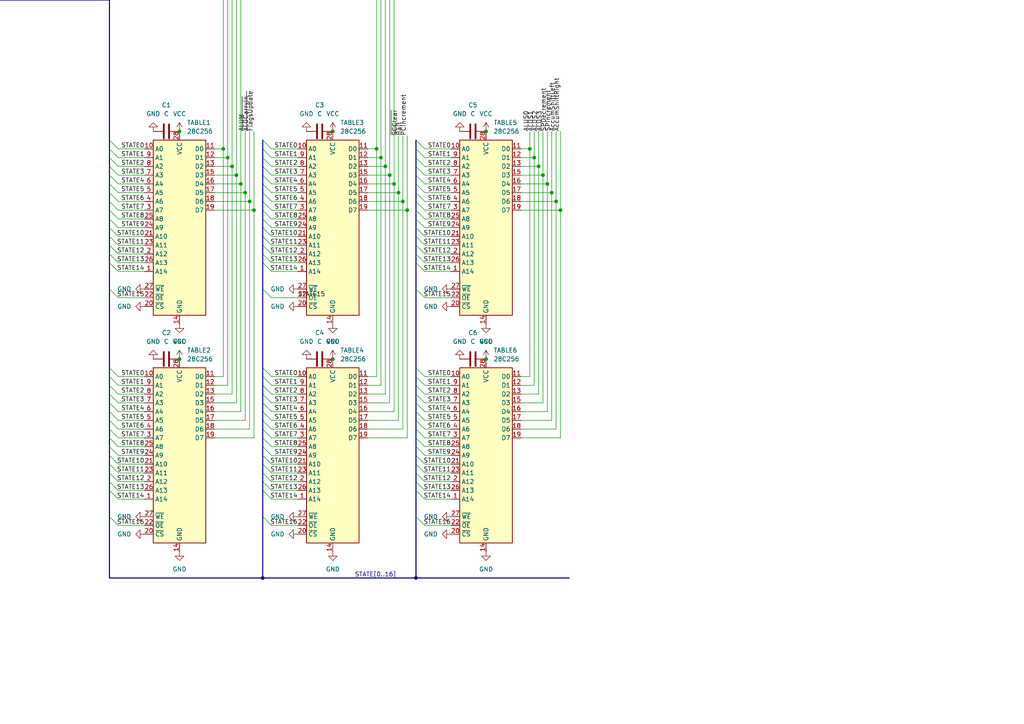
<source format=kicad_sch>
(kicad_sch (version 20250114) (generator "eeschema") (generator_version "9.0")
  (paper "A4")
  (junction (at 162.56 60.96))
  (junction (at 52.07 38.1))
  (junction (at 64.77 43.18))
  (junction (at 157.48 50.8))
  (junction (at 140.97 104.14))
  (junction (at 113.03 50.8))
  (junction (at 96.52 38.1))
  (junction (at 111.76 48.26))
  (junction (at 115.57 55.88))
  (junction (at 153.67 43.18))
  (junction (at 118.11 60.96))
  (junction (at 111.76 -57.15))
  (junction (at 52.07 104.14))
  (junction (at 76.2 167.64))
  (junction (at 116.84 58.42))
  (junction (at 72.39 58.42))
  (junction (at 161.29 58.42))
  (junction (at 69.85 53.34))
  (junction (at 120.65 167.64))
  (junction (at 109.22 43.18))
  (junction (at 73.66 60.96))
  (junction (at 71.12 55.88))
  (junction (at 114.3 53.34))
  (junction (at 160.02 55.88))
  (junction (at 67.31 48.26))
  (junction (at 156.21 48.26))
  (junction (at 66.04 45.72))
  (junction (at 96.52 104.14))
  (junction (at 68.58 50.8))
  (junction (at 154.94 45.72))
  (junction (at 158.75 53.34))
  (junction (at -25.4 -57.15))
  (junction (at 140.97 38.1))
  (junction (at 110.49 45.72))
  (no_connect (at 43.18 -41.91))
  (no_connect (at 40.64 -41.91))
  (no_connect (at 31.75 -41.91))
  (no_connect (at 19.05 -41.91))
  (no_connect (at 3.81 -41.91))
  (no_connect (at 13.97 -72.39))
  (no_connect (at 3.81 -72.39))
  (no_connect (at 93.98 -72.39))
  (no_connect (at -1.27 -41.91))
  (no_connect (at 101.6 -72.39))
  (no_connect (at 11.43 -72.39))
  (no_connect (at -3.81 -41.91))
  (no_connect (at 29.21 -41.91))
  (no_connect (at -12.7 -72.39))
  (no_connect (at -6.35 -41.91))
  (no_connect (at 45.72 -41.91))
  (no_connect (at 24.13 -41.91))
  (no_connect (at 8.89 -72.39))
  (no_connect (at 29.21 -72.39))
  (no_connect (at 26.67 -72.39))
  (no_connect (at 21.59 -72.39))
  (no_connect (at 1.27 -41.91))
  (no_connect (at 21.59 -41.91))
  (no_connect (at -6.35 -72.39))
  (no_connect (at 19.05 -72.39))
  (no_connect (at -1.27 -72.39))
  (no_connect (at 88.9 -72.39))
  (no_connect (at -8.89 -41.91))
  (no_connect (at -15.24 -41.91))
  (no_connect (at 96.52 -72.39))
  (no_connect (at 99.06 -72.39))
  (no_connect (at 86.36 -72.39))
  (no_connect (at 82.55 -72.39))
  (no_connect (at 38.1 -41.91))
  (no_connect (at 24.13 -72.39))
  (no_connect (at 77.47 -72.39))
  (no_connect (at 8.89 -41.91))
  (no_connect (at 1.27 -72.39))
  (no_connect (at 13.97 -41.91))
  (no_connect (at 26.67 -41.91))
  (no_connect (at -3.81 -72.39))
  (no_connect (at -17.78 -41.91))
  (no_connect (at 91.44 -72.39))
  (no_connect (at -8.89 -72.39))
  (no_connect (at 11.43 -41.91))
  (no_connect (at 16.51 -72.39))
  (no_connect (at 104.14 -72.39))
  (no_connect (at -15.24 -72.39))
  (no_connect (at 6.35 -41.91))
  (no_connect (at 16.51 -41.91))
  (no_connect (at -17.78 -72.39))
  (no_connect (at 6.35 -72.39))
  (no_connect (at 80.01 -72.39))
  (no_connect (at 31.75 -72.39))
  (bus_entry (at 40.64 -82.55) (size 2.54 2.54))
  (bus_entry (at 120.65 137.16) (size 2.54 2.54))
  (bus_entry (at 31.75 119.38) (size 2.54 2.54))
  (bus_entry (at 120.65 134.62) (size 2.54 2.54))
  (bus_entry (at 31.75 83.82) (size 2.54 2.54))
  (bus_entry (at 76.2 137.16) (size 2.54 2.54))
  (bus_entry (at 50.8 -82.55) (size 2.54 2.54))
  (bus_entry (at 120.65 116.84) (size 2.54 2.54))
  (bus_entry (at 76.2 48.26) (size 2.54 2.54))
  (bus_entry (at 31.75 139.7) (size 2.54 2.54))
  (bus_entry (at 120.65 132.08) (size 2.54 2.54))
  (bus_entry (at 31.75 111.76) (size 2.54 2.54))
  (bus_entry (at 76.2 129.54) (size 2.54 2.54))
  (bus_entry (at 120.65 55.88) (size 2.54 2.54))
  (bus_entry (at 58.42 -82.55) (size 2.54 2.54))
  (bus_entry (at 76.2 134.62) (size 2.54 2.54))
  (bus_entry (at 76.2 83.82) (size 2.54 2.54))
  (bus_entry (at 76.2 73.66) (size 2.54 2.54))
  (bus_entry (at 31.75 124.46) (size 2.54 2.54))
  (bus_entry (at 120.65 73.66) (size 2.54 2.54))
  (bus_entry (at 31.75 116.84) (size 2.54 2.54))
  (bus_entry (at 76.2 63.5) (size 2.54 2.54))
  (bus_entry (at 45.72 -82.55) (size 2.54 2.54))
  (bus_entry (at 120.65 71.12) (size 2.54 2.54))
  (bus_entry (at 76.2 111.76) (size 2.54 2.54))
  (bus_entry (at 120.65 127) (size 2.54 2.54))
  (bus_entry (at 43.18 -82.55) (size 2.54 2.54))
  (bus_entry (at 76.2 114.3) (size 2.54 2.54))
  (bus_entry (at 31.75 73.66) (size 2.54 2.54))
  (bus_entry (at 120.65 149.86) (size 2.54 2.54))
  (bus_entry (at 53.34 -82.55) (size 2.54 2.54))
  (bus_entry (at 31.75 58.42) (size 2.54 2.54))
  (bus_entry (at 31.75 63.5) (size 2.54 2.54))
  (bus_entry (at 120.65 129.54) (size 2.54 2.54))
  (bus_entry (at 48.26 -82.55) (size 2.54 2.54))
  (bus_entry (at 120.65 66.04) (size 2.54 2.54))
  (bus_entry (at 76.2 106.68) (size 2.54 2.54))
  (bus_entry (at 31.75 137.16) (size 2.54 2.54))
  (bus_entry (at 31.75 66.04) (size 2.54 2.54))
  (bus_entry (at 76.2 121.92) (size 2.54 2.54))
  (bus_entry (at 120.65 48.26) (size 2.54 2.54))
  (bus_entry (at 120.65 109.22) (size 2.54 2.54))
  (bus_entry (at 31.75 71.12) (size 2.54 2.54))
  (bus_entry (at 31.75 45.72) (size 2.54 2.54))
  (bus_entry (at 76.2 55.88) (size 2.54 2.54))
  (bus_entry (at 31.75 48.26) (size 2.54 2.54))
  (bus_entry (at 120.65 60.96) (size 2.54 2.54))
  (bus_entry (at 120.65 40.64) (size 2.54 2.54))
  (bus_entry (at 120.65 139.7) (size 2.54 2.54))
  (bus_entry (at 104.14 -82.55) (size 2.54 2.54))
  (bus_entry (at 120.65 68.58) (size 2.54 2.54))
  (bus_entry (at 120.65 50.8) (size 2.54 2.54))
  (bus_entry (at 38.1 -82.55) (size 2.54 2.54))
  (bus_entry (at 31.75 55.88) (size 2.54 2.54))
  (bus_entry (at 76.2 149.86) (size 2.54 2.54))
  (bus_entry (at 120.65 142.24) (size 2.54 2.54))
  (bus_entry (at 76.2 71.12) (size 2.54 2.54))
  (bus_entry (at 120.65 45.72) (size 2.54 2.54))
  (bus_entry (at 76.2 50.8) (size 2.54 2.54))
  (bus_entry (at 76.2 60.96) (size 2.54 2.54))
  (bus_entry (at 120.65 53.34) (size 2.54 2.54))
  (bus_entry (at 71.12 -82.55) (size 2.54 2.54))
  (bus_entry (at 33.02 -82.55) (size 2.54 2.54))
  (bus_entry (at 63.5 -82.55) (size 2.54 2.54))
  (bus_entry (at 31.75 142.24) (size 2.54 2.54))
  (bus_entry (at 31.75 127) (size 2.54 2.54))
  (bus_entry (at 31.75 50.8) (size 2.54 2.54))
  (bus_entry (at 68.58 -82.55) (size 2.54 2.54))
  (bus_entry (at 120.65 121.92) (size 2.54 2.54))
  (bus_entry (at 76.2 76.2) (size 2.54 2.54))
  (bus_entry (at 120.65 114.3) (size 2.54 2.54))
  (bus_entry (at 76.2 124.46) (size 2.54 2.54))
  (bus_entry (at 76.2 109.22) (size 2.54 2.54))
  (bus_entry (at 31.75 60.96) (size 2.54 2.54))
  (bus_entry (at 120.65 106.68) (size 2.54 2.54))
  (bus_entry (at 31.75 134.62) (size 2.54 2.54))
  (bus_entry (at 31.75 43.18) (size 2.54 2.54))
  (bus_entry (at 76.2 139.7) (size 2.54 2.54))
  (bus_entry (at 120.65 76.2) (size 2.54 2.54))
  (bus_entry (at 31.75 76.2) (size 2.54 2.54))
  (bus_entry (at 76.2 58.42) (size 2.54 2.54))
  (bus_entry (at 55.88 -82.55) (size 2.54 2.54))
  (bus_entry (at 120.65 63.5) (size 2.54 2.54))
  (bus_entry (at 120.65 119.38) (size 2.54 2.54))
  (bus_entry (at 35.56 -82.55) (size 2.54 2.54))
  (bus_entry (at 76.2 53.34) (size 2.54 2.54))
  (bus_entry (at 76.2 127) (size 2.54 2.54))
  (bus_entry (at 76.2 66.04) (size 2.54 2.54))
  (bus_entry (at 66.04 -82.55) (size 2.54 2.54))
  (bus_entry (at 120.65 43.18) (size 2.54 2.54))
  (bus_entry (at 76.2 40.64) (size 2.54 2.54))
  (bus_entry (at 76.2 132.08) (size 2.54 2.54))
  (bus_entry (at 76.2 43.18) (size 2.54 2.54))
  (bus_entry (at 31.75 149.86) (size 2.54 2.54))
  (bus_entry (at 31.75 129.54) (size 2.54 2.54))
  (bus_entry (at 31.75 109.22) (size 2.54 2.54))
  (bus_entry (at 120.65 111.76) (size 2.54 2.54))
  (bus_entry (at 120.65 124.46) (size 2.54 2.54))
  (bus_entry (at 120.65 58.42) (size 2.54 2.54))
  (bus_entry (at 76.2 45.72) (size 2.54 2.54))
  (bus_entry (at 76.2 68.58) (size 2.54 2.54))
  (bus_entry (at 60.96 -82.55) (size 2.54 2.54))
  (bus_entry (at 76.2 119.38) (size 2.54 2.54))
  (bus_entry (at 31.75 132.08) (size 2.54 2.54))
  (bus_entry (at 31.75 121.92) (size 2.54 2.54))
  (bus_entry (at 120.65 83.82) (size 2.54 2.54))
  (bus_entry (at 31.75 68.58) (size 2.54 2.54))
  (bus_entry (at 31.75 40.64) (size 2.54 2.54))
  (bus_entry (at 31.75 106.68) (size 2.54 2.54))
  (bus_entry (at 76.2 116.84) (size 2.54 2.54))
  (bus_entry (at 31.75 53.34) (size 2.54 2.54))
  (bus_entry (at 76.2 142.24) (size 2.54 2.54))
  (bus_entry (at 31.75 114.3) (size 2.54 2.54))
  (wire (pts (xy 34.29 63.5) (xy 41.91 63.5)))
  (wire (pts (xy 78.74 121.92) (xy 86.36 121.92)))
  (wire (pts (xy 123.19 119.38) (xy 130.81 119.38)))
  (wire (pts (xy 34.29 142.24) (xy 41.91 142.24)))
  (wire (pts (xy 106.68 119.38) (xy 114.3 119.38)))
  (bus (pts (xy 76.2 137.16) (xy 76.2 139.7)))
  (wire (pts (xy 78.74 58.42) (xy 86.36 58.42)))
  (bus (pts (xy 31.75 167.64) (xy 76.2 167.64)))
  (wire (pts (xy 160.02 121.92) (xy 151.13 121.92)))
  (bus (pts (xy 31.75 71.12) (xy 31.75 73.66)))
  (wire (pts (xy 123.19 73.66) (xy 130.81 73.66)))
  (wire (pts (xy 62.23 55.88) (xy 71.12 55.88)))
  (wire (pts (xy 99.06 -41.91) (xy 99.06 -13.97)))
  (wire (pts (xy 158.75 38.1) (xy 158.75 53.34)))
  (bus (pts (xy 76.2 127) (xy 76.2 129.54)))
  (wire (pts (xy 123.19 48.26) (xy 130.81 48.26)))
  (wire (pts (xy 68.58 -72.39) (xy 68.58 -80.01)))
  (wire (pts (xy 116.84 58.42) (xy 116.84 124.46)))
  (wire (pts (xy 34.29 152.4) (xy 41.91 152.4)))
  (wire (pts (xy 34.29 111.76) (xy 41.91 111.76)))
  (wire (pts (xy 151.13 109.22) (xy 153.67 109.22)))
  (wire (pts (xy 104.14 -41.91) (xy 104.14 -2.54)))
  (wire (pts (xy 34.29 144.78) (xy 41.91 144.78)))
  (wire (pts (xy 106.68 60.96) (xy 118.11 60.96)))
  (wire (pts (xy 67.31 114.3) (xy 67.31 48.26)))
  (wire (pts (xy 123.19 111.76) (xy 130.81 111.76)))
  (bus (pts (xy 31.75 129.54) (xy 31.75 132.08)))
  (bus (pts (xy 31.75 149.86) (xy 31.75 167.64)))
  (wire (pts (xy 34.29 114.3) (xy 41.91 114.3)))
  (wire (pts (xy 123.19 78.74) (xy 130.81 78.74)))
  (bus (pts (xy 58.42 -82.55) (xy 55.88 -82.55)))
  (wire (pts (xy 78.74 152.4) (xy 86.36 152.4)))
  (wire (pts (xy 62.23 50.8) (xy 68.58 50.8)))
  (wire (pts (xy 158.75 53.34) (xy 158.75 119.38)))
  (wire (pts (xy 78.74 109.22) (xy 86.36 109.22)))
  (bus (pts (xy 120.65 167.64) (xy 165.1 167.64)))
  (wire (pts (xy 34.29 60.96) (xy 41.91 60.96)))
  (wire (pts (xy 93.98 -8.89) (xy 110.49 -8.89)))
  (wire (pts (xy 34.29 127) (xy 41.91 127)))
  (wire (pts (xy 123.19 45.72) (xy 130.81 45.72)))
  (bus (pts (xy 31.75 127) (xy 31.75 129.54)))
  (wire (pts (xy 123.19 50.8) (xy 130.81 50.8)))
  (wire (pts (xy 78.74 48.26) (xy 86.36 48.26)))
  (wire (pts (xy 34.29 55.88) (xy 41.91 55.88)))
  (bus (pts (xy 31.75 106.68) (xy 31.75 109.22)))
  (wire (pts (xy 78.74 134.62) (xy 86.36 134.62)))
  (wire (pts (xy 34.29 43.18) (xy 41.91 43.18)))
  (wire (pts (xy 40.64 -72.39) (xy 40.64 -80.01)))
  (wire (pts (xy 64.77 43.18) (xy 64.77 109.22)))
  (wire (pts (xy 67.31 -15.24) (xy 78.74 -15.24)))
  (wire (pts (xy 118.11 127) (xy 106.68 127)))
  (wire (pts (xy 123.19 152.4) (xy 130.81 152.4)))
  (bus (pts (xy 31.75 114.3) (xy 31.75 116.84)))
  (wire (pts (xy 34.29 137.16) (xy 41.91 137.16)))
  (wire (pts (xy 110.49 45.72) (xy 110.49 111.76)))
  (wire (pts (xy 123.19 53.34) (xy 130.81 53.34)))
  (bus (pts (xy 76.2 55.88) (xy 76.2 58.42)))
  (wire (pts (xy 116.84 58.42) (xy 106.68 58.42)))
  (wire (pts (xy 111.76 48.26) (xy 106.68 48.26)))
  (bus (pts (xy 120.65 73.66) (xy 120.65 76.2)))
  (bus (pts (xy 31.75 40.64) (xy 31.75 43.18)))
  (wire (pts (xy 151.13 114.3) (xy 156.21 114.3)))
  (wire (pts (xy 114.3 53.34) (xy 114.3 119.38)))
  (wire (pts (xy 66.04 -17.78) (xy 66.04 45.72)))
  (wire (pts (xy 115.57 55.88) (xy 115.57 121.92)))
  (wire (pts (xy 158.75 53.34) (xy 151.13 53.34)))
  (wire (pts (xy 72.39 58.42) (xy 62.23 58.42)))
  (wire (pts (xy 154.94 45.72) (xy 154.94 111.76)))
  (wire (pts (xy 160.02 55.88) (xy 160.02 121.92)))
  (bus (pts (xy 120.65 40.64) (xy 120.65 43.18)))
  (wire (pts (xy 110.49 111.76) (xy 106.68 111.76)))
  (wire (pts (xy 34.29 86.36) (xy 41.91 86.36)))
  (wire (pts (xy 113.03 -13.97) (xy 113.03 50.8)))
  (wire (pts (xy 151.13 55.88) (xy 160.02 55.88)))
  (wire (pts (xy 115.57 39.37) (xy 115.57 55.88)))
  (wire (pts (xy 151.13 50.8) (xy 157.48 50.8)))
  (wire (pts (xy 96.52 -11.43) (xy 111.76 -11.43)))
  (wire (pts (xy 34.29 71.12) (xy 41.91 71.12)))
  (wire (pts (xy 34.29 73.66) (xy 41.91 73.66)))
  (wire (pts (xy 64.77 -2.54) (xy 64.77 43.18)))
  (wire (pts (xy 123.19 109.22) (xy 130.81 109.22)))
  (wire (pts (xy 113.03 116.84) (xy 106.68 116.84)))
  (wire (pts (xy 153.67 43.18) (xy 151.13 43.18)))
  (bus (pts (xy 120.65 63.5) (xy 120.65 66.04)))
  (wire (pts (xy 34.29 78.74) (xy 41.91 78.74)))
  (bus (pts (xy 76.2 40.64) (xy 76.2 43.18)))
  (wire (pts (xy 78.74 111.76) (xy 86.36 111.76)))
  (bus (pts (xy 120.65 106.68) (xy 120.65 109.22)))
  (wire (pts (xy 73.66 38.1) (xy 73.66 60.96)))
  (wire (pts (xy 34.29 129.54) (xy 41.91 129.54)))
  (bus (pts (xy 76.2 114.3) (xy 76.2 116.84)))
  (bus (pts (xy 120.65 43.18) (xy 120.65 45.72)))
  (wire (pts (xy 123.19 43.18) (xy 130.81 43.18)))
  (wire (pts (xy 34.29 139.7) (xy 41.91 139.7)))
  (wire (pts (xy 69.85 53.34) (xy 62.23 53.34)))
  (wire (pts (xy 109.22 -29.21) (xy 109.22 43.18)))
  (bus (pts (xy 120.65 83.82) (xy 120.65 106.68)))
  (bus (pts (xy 120.65 68.58) (xy 120.65 71.12)))
  (wire (pts (xy 78.74 71.12) (xy 86.36 71.12)))
  (wire (pts (xy 68.58 -12.7) (xy 68.58 50.8)))
  (wire (pts (xy 62.23 114.3) (xy 67.31 114.3)))
  (bus (pts (xy 76.2 68.58) (xy 76.2 71.12)))
  (wire (pts (xy 123.19 76.2) (xy 130.81 76.2)))
  (bus (pts (xy 120.65 111.76) (xy 120.65 114.3)))
  (bus (pts (xy 76.2 60.96) (xy 76.2 63.5)))
  (wire (pts (xy 34.29 45.72) (xy 41.91 45.72)))
  (wire (pts (xy 34.29 50.8) (xy 41.91 50.8)))
  (bus (pts (xy 76.2 119.38) (xy 76.2 121.92)))
  (wire (pts (xy 157.48 50.8) (xy 157.48 116.84)))
  (wire (pts (xy 109.22 43.18) (xy 109.22 109.22)))
  (wire (pts (xy 43.18 -72.39) (xy 43.18 -80.01)))
  (wire (pts (xy 71.12 -72.39) (xy 71.12 -80.01)))
  (bus (pts (xy 120.65 119.38) (xy 120.65 121.92)))
  (wire (pts (xy 157.48 38.1) (xy 157.48 50.8)))
  (wire (pts (xy 123.19 129.54) (xy 130.81 129.54)))
  (bus (pts (xy 50.8 -82.55) (xy 48.26 -82.55)))
  (wire (pts (xy 93.98 -41.91) (xy 93.98 -8.89)))
  (bus (pts (xy 120.65 114.3) (xy 120.65 116.84)))
  (wire (pts (xy 72.39 38.1) (xy 72.39 58.42)))
  (wire (pts (xy 78.74 45.72) (xy 86.36 45.72)))
  (wire (pts (xy 78.74 50.8) (xy 86.36 50.8)))
  (bus (pts (xy 31.75 142.24) (xy 31.75 149.86)))
  (wire (pts (xy 123.19 132.08) (xy 130.81 132.08)))
  (wire (pts (xy 34.29 76.2) (xy 41.91 76.2)))
  (bus (pts (xy 31.75 60.96) (xy 31.75 63.5)))
  (wire (pts (xy 151.13 60.96) (xy 162.56 60.96)))
  (wire (pts (xy 66.04 -72.39) (xy 66.04 -80.01)))
  (wire (pts (xy 78.74 119.38) (xy 86.36 119.38)))
  (wire (pts (xy 62.23 60.96) (xy 73.66 60.96)))
  (bus (pts (xy 31.75 50.8) (xy 31.75 53.34)))
  (wire (pts (xy 81.28 -41.91) (xy 81.28 -12.7)))
  (wire (pts (xy 123.19 63.5) (xy 130.81 63.5)))
  (wire (pts (xy 118.11 60.96) (xy 118.11 127)))
  (wire (pts (xy 78.74 139.7) (xy 86.36 139.7)))
  (wire (pts (xy 73.66 60.96) (xy 73.66 127)))
  (wire (pts (xy 162.56 38.1) (xy 162.56 60.96)))
  (wire (pts (xy 123.19 86.36) (xy 130.81 86.36)))
  (bus (pts (xy 120.65 124.46) (xy 120.65 127)))
  (bus (pts (xy 76.2 45.72) (xy 76.2 48.26)))
  (bus (pts (xy 76.2 109.22) (xy 76.2 111.76)))
  (bus (pts (xy 76.2 43.18) (xy 76.2 45.72)))
  (wire (pts (xy 106.68 45.72) (xy 110.49 45.72)))
  (bus (pts (xy 76.2 116.84) (xy 76.2 119.38)))
  (bus (pts (xy 31.75 55.88) (xy 31.75 58.42)))
  (wire (pts (xy 78.74 -41.91) (xy 78.74 -15.24)))
  (wire (pts (xy 78.74 68.58) (xy 86.36 68.58)))
  (bus (pts (xy 76.2 83.82) (xy 76.2 106.68)))
  (bus (pts (xy 31.75 132.08) (xy 31.75 134.62)))
  (wire (pts (xy 118.11 39.37) (xy 118.11 60.96)))
  (wire (pts (xy 78.74 60.96) (xy 86.36 60.96)))
  (wire (pts (xy 66.04 45.72) (xy 66.04 111.76)))
  (bus (pts (xy 31.75 121.92) (xy 31.75 124.46)))
  (bus (pts (xy 120.65 116.84) (xy 120.65 119.38)))
  (wire (pts (xy 68.58 116.84) (xy 62.23 116.84)))
  (wire (pts (xy 161.29 58.42) (xy 161.29 124.46)))
  (wire (pts (xy 101.6 -16.51) (xy 101.6 -41.91)))
  (bus (pts (xy 120.65 134.62) (xy 120.65 137.16)))
  (wire (pts (xy 69.85 53.34) (xy 69.85 119.38)))
  (bus (pts (xy 31.75 0) (xy -58.42 0)))
  (bus (pts (xy 76.2 129.54) (xy 76.2 132.08)))
  (wire (pts (xy 78.74 78.74) (xy 86.36 78.74)))
  (bus (pts (xy 45.72 -82.55) (xy 43.18 -82.55)))
  (bus (pts (xy 120.65 45.72) (xy 120.65 48.26)))
  (wire (pts (xy 55.88 -72.39) (xy 55.88 -80.01)))
  (wire (pts (xy 106.68 50.8) (xy 113.03 50.8)))
  (wire (pts (xy 34.29 134.62) (xy 41.91 134.62)))
  (wire (pts (xy 62.23 124.46) (xy 72.39 124.46)))
  (bus (pts (xy 31.75 58.42) (xy 31.75 60.96)))
  (bus (pts (xy 120.65 58.42) (xy 120.65 60.96)))
  (wire (pts (xy 48.26 -72.39) (xy 48.26 -80.01)))
  (wire (pts (xy 114.3 -16.51) (xy 114.3 53.34)))
  (wire (pts (xy 78.74 124.46) (xy 86.36 124.46)))
  (wire (pts (xy 62.23 119.38) (xy 69.85 119.38)))
  (bus (pts (xy 31.75 124.46) (xy 31.75 127)))
  (bus (pts (xy 31.75 111.76) (xy 31.75 114.3)))
  (wire (pts (xy 114.3 53.34) (xy 106.68 53.34)))
  (bus (pts (xy 76.2 58.42) (xy 76.2 60.96)))
  (wire (pts (xy 35.56 -72.39) (xy 35.56 -80.01)))
  (wire (pts (xy 78.74 127) (xy 86.36 127)))
  (bus (pts (xy 60.96 -82.55) (xy 58.42 -82.55)))
  (bus (pts (xy 120.65 142.24) (xy 120.65 149.86)))
  (bus (pts (xy 43.18 -82.55) (xy 40.64 -82.55)))
  (bus (pts (xy 31.75 66.04) (xy 31.75 68.58)))
  (wire (pts (xy 106.68 -29.21) (xy 106.68 -41.91)))
  (wire (pts (xy 153.67 43.18) (xy 153.67 109.22)))
  (wire (pts (xy 123.19 60.96) (xy 130.81 60.96)))
  (wire (pts (xy 34.29 124.46) (xy 41.91 124.46)))
  (wire (pts (xy 154.94 38.1) (xy 154.94 45.72)))
  (wire (pts (xy 99.06 -13.97) (xy 113.03 -13.97)))
  (wire (pts (xy 34.29 109.22) (xy 41.91 109.22)))
  (wire (pts (xy 73.66 -72.39) (xy 73.66 -80.01)))
  (bus (pts (xy 120.65 129.54) (xy 120.65 132.08)))
  (wire (pts (xy 78.74 142.24) (xy 86.36 142.24)))
  (wire (pts (xy 34.29 121.92) (xy 41.91 121.92)))
  (wire (pts (xy 83.82 -41.91) (xy 83.82 -10.16)))
  (wire (pts (xy 160.02 38.1) (xy 160.02 55.88)))
  (wire (pts (xy 162.56 127) (xy 151.13 127)))
  (bus (pts (xy 76.2 71.12) (xy 76.2 73.66)))
  (wire (pts (xy 78.74 66.04) (xy 86.36 66.04)))
  (bus (pts (xy 31.75 137.16) (xy 31.75 139.7)))
  (wire (pts (xy 161.29 38.1) (xy 161.29 58.42)))
  (wire (pts (xy 153.67 38.1) (xy 153.67 43.18)))
  (wire (pts (xy 78.74 114.3) (xy 86.36 114.3)))
  (wire (pts (xy 156.21 38.1) (xy 156.21 48.26)))
  (wire (pts (xy 78.74 76.2) (xy 86.36 76.2)))
  (wire (pts (xy 106.68 114.3) (xy 111.76 114.3)))
  (wire (pts (xy 151.13 119.38) (xy 158.75 119.38)))
  (bus (pts (xy -58.42 -82.55) (xy -58.42 0)))
  (bus (pts (xy 120.65 76.2) (xy 120.65 83.82)))
  (bus (pts (xy 76.2 48.26) (xy 76.2 50.8)))
  (bus (pts (xy 68.58 -82.55) (xy 66.04 -82.55)))
  (wire (pts (xy 34.29 132.08) (xy 41.91 132.08)))
  (bus (pts (xy 76.2 73.66) (xy 76.2 76.2)))
  (bus (pts (xy 63.5 -82.55) (xy 60.96 -82.55)))
  (wire (pts (xy 106.68 55.88) (xy 115.57 55.88)))
  (wire (pts (xy 34.29 68.58) (xy 41.91 68.58)))
  (bus (pts (xy 31.75 116.84) (xy 31.75 119.38)))
  (wire (pts (xy 78.74 137.16) (xy 86.36 137.16)))
  (wire (pts (xy 69.85 -10.16) (xy 83.82 -10.16)))
  (wire (pts (xy 60.96 -72.39) (xy 60.96 -80.01)))
  (bus (pts (xy 76.2 66.04) (xy 76.2 68.58)))
  (bus (pts (xy 40.64 -82.55) (xy 38.1 -82.55)))
  (wire (pts (xy 115.57 121.92) (xy 106.68 121.92)))
  (wire (pts (xy 110.49 -8.89) (xy 110.49 45.72)))
  (wire (pts (xy 111.76 114.3) (xy 111.76 48.26)))
  (wire (pts (xy 71.12 121.92) (xy 62.23 121.92)))
  (wire (pts (xy 104.14 -2.54) (xy 64.77 -2.54)))
  (wire (pts (xy 78.74 86.36) (xy 86.36 86.36)))
  (wire (pts (xy 66.04 111.76) (xy 62.23 111.76)))
  (wire (pts (xy 123.19 114.3) (xy 130.81 114.3)))
  (bus (pts (xy 120.65 50.8) (xy 120.65 53.34)))
  (wire (pts (xy 78.74 63.5) (xy 86.36 63.5)))
  (wire (pts (xy 161.29 58.42) (xy 151.13 58.42)))
  (wire (pts (xy 78.74 116.84) (xy 86.36 116.84)))
  (bus (pts (xy 76.2 76.2) (xy 76.2 83.82)))
  (wire (pts (xy 78.74 129.54) (xy 86.36 129.54)))
  (wire (pts (xy 78.74 73.66) (xy 86.36 73.66)))
  (wire (pts (xy 123.19 139.7) (xy 130.81 139.7)))
  (wire (pts (xy 63.5 -72.39) (xy 63.5 -80.01)))
  (bus (pts (xy 48.26 -82.55) (xy 45.72 -82.55)))
  (bus (pts (xy 31.75 83.82) (xy 31.75 106.68)))
  (bus (pts (xy 31.75 134.62) (xy 31.75 137.16)))
  (bus (pts (xy 120.65 109.22) (xy 120.65 111.76)))
  (bus (pts (xy 120.65 132.08) (xy 120.65 134.62)))
  (wire (pts (xy 68.58 50.8) (xy 68.58 116.84)))
  (wire (pts (xy 34.29 119.38) (xy 41.91 119.38)))
  (bus (pts (xy 76.2 106.68) (xy 76.2 109.22)))
  (wire (pts (xy 116.84 39.37) (xy 116.84 58.42)))
  (wire (pts (xy 123.19 71.12) (xy 130.81 71.12)))
  (bus (pts (xy 120.65 121.92) (xy 120.65 124.46)))
  (wire (pts (xy 123.19 121.92) (xy 130.81 121.92)))
  (wire (pts (xy 34.29 48.26) (xy 41.91 48.26)))
  (wire (pts (xy 123.19 134.62) (xy 130.81 134.62)))
  (wire (pts (xy 111.76 -11.43) (xy 111.76 48.26)))
  (bus (pts (xy 76.2 63.5) (xy 76.2 66.04)))
  (wire (pts (xy 81.28 -12.7) (xy 68.58 -12.7)))
  (wire (pts (xy 62.23 109.22) (xy 64.77 109.22)))
  (wire (pts (xy 76.2 -41.91) (xy 76.2 -17.78)))
  (wire (pts (xy 78.74 144.78) (xy 86.36 144.78)))
  (wire (pts (xy 123.19 58.42) (xy 130.81 58.42)))
  (bus (pts (xy 31.75 73.66) (xy 31.75 76.2)))
  (bus (pts (xy 71.12 -82.55) (xy 68.58 -82.55)))
  (bus (pts (xy 31.75 119.38) (xy 31.75 121.92)))
  (wire (pts (xy 78.74 55.88) (xy 86.36 55.88)))
  (bus (pts (xy 76.2 111.76) (xy 76.2 114.3)))
  (wire (pts (xy 106.68 109.22) (xy 109.22 109.22)))
  (wire (pts (xy 71.12 38.1) (xy 71.12 55.88)))
  (bus (pts (xy 76.2 134.62) (xy 76.2 137.16)))
  (wire (pts (xy 123.19 66.04) (xy 130.81 66.04)))
  (wire (pts (xy 67.31 -15.24) (xy 67.31 48.26)))
  (wire (pts (xy 123.19 116.84) (xy 130.81 116.84)))
  (wire (pts (xy 50.8 -72.39) (xy 50.8 -80.01)))
  (bus (pts (xy 76.2 121.92) (xy 76.2 124.46)))
  (wire (pts (xy 72.39 58.42) (xy 72.39 124.46)))
  (wire (pts (xy 45.72 -72.39) (xy 45.72 -80.01)))
  (bus (pts (xy 53.34 -82.55) (xy 50.8 -82.55)))
  (wire (pts (xy 162.56 60.96) (xy 162.56 127)))
  (wire (pts (xy 156.21 48.26) (xy 151.13 48.26)))
  (bus (pts (xy 120.65 53.34) (xy 120.65 55.88)))
  (wire (pts (xy 123.19 142.24) (xy 130.81 142.24)))
  (bus (pts (xy 55.88 -82.55) (xy 53.34 -82.55)))
  (bus (pts (xy 76.2 132.08) (xy 76.2 134.62)))
  (bus (pts (xy 76.2 167.64) (xy 120.65 167.64)))
  (bus (pts (xy 31.75 76.2) (xy 31.75 83.82)))
  (wire (pts (xy 151.13 45.72) (xy 154.94 45.72)))
  (wire (pts (xy 106.68 -80.01) (xy 106.68 -72.39)))
  (bus (pts (xy 120.65 48.26) (xy 120.65 50.8)))
  (bus (pts (xy 120.65 149.86) (xy 120.65 167.64)))
  (wire (pts (xy 123.19 55.88) (xy 130.81 55.88)))
  (wire (pts (xy 69.85 -10.16) (xy 69.85 53.34)))
  (wire (pts (xy 106.68 124.46) (xy 116.84 124.46)))
  (bus (pts (xy 120.65 139.7) (xy 120.65 142.24)))
  (bus (pts (xy 76.2 149.86) (xy 76.2 167.64)))
  (bus (pts (xy 120.65 60.96) (xy 120.65 63.5)))
  (wire (pts (xy 34.29 58.42) (xy 41.91 58.42)))
  (bus (pts (xy 120.65 137.16) (xy 120.65 139.7)))
  (bus (pts (xy 31.75 68.58) (xy 31.75 71.12)))
  (wire (pts (xy 67.31 48.26) (xy 62.23 48.26)))
  (bus (pts (xy 120.65 71.12) (xy 120.65 73.66)))
  (bus (pts (xy 31.75 48.26) (xy 31.75 50.8)))
  (bus (pts (xy 120.65 127) (xy 120.65 129.54)))
  (bus (pts (xy 31.75 40.64) (xy 31.75 0)))
  (bus (pts (xy 31.75 109.22) (xy 31.75 111.76)))
  (wire (pts (xy 73.66 127) (xy 62.23 127)))
  (bus (pts (xy 76.2 142.24) (xy 76.2 149.86)))
  (wire (pts (xy 78.74 53.34) (xy 86.36 53.34)))
  (bus (pts (xy 76.2 124.46) (xy 76.2 127)))
  (wire (pts (xy 34.29 66.04) (xy 41.91 66.04)))
  (bus (pts (xy 66.04 -82.55) (xy 63.5 -82.55)))
  (bus (pts (xy 31.75 43.18) (xy 31.75 45.72)))
  (wire (pts (xy 123.19 137.16) (xy 130.81 137.16)))
  (bus (pts (xy 31.75 45.72) (xy 31.75 48.26)))
  (wire (pts (xy 109.22 -29.21) (xy 106.68 -29.21)))
  (wire (pts (xy 109.22 43.18) (xy 106.68 43.18)))
  (wire (pts (xy 76.2 -17.78) (xy 66.04 -17.78)))
  (wire (pts (xy 154.94 111.76) (xy 151.13 111.76)))
  (wire (pts (xy 156.21 114.3) (xy 156.21 48.26)))
  (wire (pts (xy 78.74 132.08) (xy 86.36 132.08)))
  (wire (pts (xy 151.13 124.46) (xy 161.29 124.46)))
  (wire (pts (xy 34.29 53.34) (xy 41.91 53.34)))
  (wire (pts (xy 53.34 -72.39) (xy 53.34 -80.01)))
  (bus (pts (xy 71.12 -82.55) (xy 104.14 -82.55)))
  (wire (pts (xy 96.52 -41.91) (xy 96.52 -11.43)))
  (bus (pts (xy 31.75 139.7) (xy 31.75 142.24)))
  (wire (pts (xy 123.19 68.58) (xy 130.81 68.58)))
  (wire (pts (xy 64.77 43.18) (xy 62.23 43.18)))
  (wire (pts (xy 113.03 50.8) (xy 113.03 116.84)))
  (bus (pts (xy 120.65 66.04) (xy 120.65 68.58)))
  (wire (pts (xy 38.1 -72.39) (xy 38.1 -80.01)))
  (bus (pts (xy 76.2 53.34) (xy 76.2 55.88)))
  (wire (pts (xy 62.23 45.72) (xy 66.04 45.72)))
  (wire (pts (xy 78.74 43.18) (xy 86.36 43.18)))
  (bus (pts (xy 31.75 63.5) (xy 31.75 66.04)))
  (bus (pts (xy 76.2 50.8) (xy 76.2 53.34)))
  (wire (pts (xy 71.12 55.88) (xy 71.12 121.92)))
  (bus (pts (xy 33.02 -82.55) (xy -58.42 -82.55)))
  (bus (pts (xy 35.56 -82.55) (xy 33.02 -82.55)))
  (wire (pts (xy 58.42 -72.39) (xy 58.42 -80.01)))
  (wire (pts (xy 157.48 116.84) (xy 151.13 116.84)))
  (wire (pts (xy 123.19 124.46) (xy 130.81 124.46)))
  (bus (pts (xy 38.1 -82.55) (xy 35.56 -82.55)))
  (wire (pts (xy 123.19 127) (xy 130.81 127)))
  (wire (pts (xy 114.3 -16.51) (xy 101.6 -16.51)))
  (bus (pts (xy 31.75 53.34) (xy 31.75 55.88)))
  (bus (pts (xy 76.2 139.7) (xy 76.2 142.24)))
  (wire (pts (xy 123.19 144.78) (xy 130.81 144.78)))
  (wire (pts (xy 34.29 116.84) (xy 41.91 116.84)))
  (bus (pts (xy 120.65 55.88) (xy 120.65 58.42)))
  (label "STATE8" (at 130.81 63.5 180))
  (label "STATE2" (at 130.81 48.26 180))
  (label "AccumShiftLeft" (at 50.8 -41.91 270))
  (label "STATE3" (at 66.04 -72.39 90))
  (label "STATE6" (at 130.81 58.42 180))
  (label "STATE5" (at 41.91 121.92 180))
  (label "STATE4" (at 130.81 53.34 180))
  (label "STATE0" (at 73.66 -72.39 90))
  (label "STATE0" (at 86.36 109.22 180))
  (label "STATE8" (at 53.34 -72.39 90))
  (label "STATE11" (at 86.36 71.12 180))
  (label "STATE11" (at 130.81 71.12 180))
  (label "STATE6" (at 86.36 58.42 180))
  (label "PCIncrement" (at 68.58 -41.91 270))
  (label "STATE7" (at 41.91 60.96 180))
  (label "STATE16" (at 86.36 152.4 180))
  (label "STATE7" (at 55.88 -72.39 90))
  (label "STATE14" (at 41.91 78.74 180))
  (label "STATE15" (at 130.81 86.36 180))
  (label "STATE2" (at 86.36 48.26 180))
  (label "STATE14" (at 86.36 144.78 180))
  (label "STATE2" (at 68.58 -72.39 90))
  (label "STATE13" (at 86.36 142.24 180))
  (label "STATE13" (at 41.91 76.2 180))
  (label "STATE9" (at 86.36 132.08 180))
  (label "~{FlagsUpdate}" (at 73.66 38.1 90))
  (label "STATE10" (at 130.81 134.62 180))
  (label "STATE7" (at 41.91 127 180))
  (label "STATE10" (at 86.36 134.62 180))
  (label "STATE12" (at 41.91 73.66 180))
  (label "STATE3" (at 86.36 116.84 180))
  (label "STATE11" (at 45.72 -72.39 90))
  (label "STATE3" (at 130.81 116.84 180))
  (label "STATE11" (at 130.81 137.16 180))
  (label "STATE14" (at 41.91 144.78 180))
  (label "STATE3" (at 41.91 116.84 180))
  (label "~{FlagsUpdate}" (at 86.36 -41.91 270))
  (label "STATE13" (at 40.64 -72.39 90))
  (label "ALUS0" (at 66.04 -41.91 270))
  (label "ALUS2" (at 156.21 38.1 90))
  (label "STATE1" (at 71.12 -72.39 90))
  (label "STATE6" (at 58.42 -72.39 90))
  (label "STATE11" (at 41.91 71.12 180))
  (label "STATE0" (at 130.81 43.18 180))
  (label "ALUM" (at 71.12 38.1 90))
  (label "AccumShiftRight" (at 48.26 -41.91 270))
  (label "STATE1" (at 130.81 45.72 180))
  (label "STATE6" (at 41.91 124.46 180))
  (label "STATE0" (at 41.91 43.18 180))
  (label "~{Halt}" (at 71.12 -41.91 270))
  (label "STATE11" (at 41.91 137.16 180))
  (label "STATE0" (at 86.36 43.18 180))
  (label "STATE5" (at 60.96 -72.39 90))
  (label "STATE14" (at 130.81 144.78 180))
  (label "STATE12" (at 86.36 73.66 180))
  (label "STATE9" (at 41.91 66.04 180))
  (label "SPDecrement" (at 158.75 38.1 90))
  (label "STATE16" (at 130.81 152.4 180))
  (label "STATE0" (at 41.91 109.22 180))
  (label "STATE4" (at 41.91 53.34 180))
  (label "ALUS3" (at 58.42 -41.91 270))
  (label "ALUS1" (at 63.5 -41.91 270))
  (label "STATE5" (at 130.81 55.88 180))
  (label "STATE10" (at 41.91 68.58 180))
  (label "~{SCClear}" (at 73.66 -41.91 270))
  (label "STATE5" (at 41.91 55.88 180))
  (label "~{ALUCarryIn}" (at 88.9 -41.91 270))
  (label "SPIncrement" (at 160.02 38.1 90))
  (label "STATE1" (at 130.81 111.76 180))
  (label "STATE4" (at 130.81 119.38 180))
  (label "STATE15" (at 86.36 86.36 0))
  (label "STATE9" (at 50.8 -72.39 90))
  (label "~{SCClear}" (at 115.57 39.37 90))
  (label "STATE8" (at 86.36 129.54 180))
  (label "STATE10" (at 41.91 134.62 180))
  (label "STATE9" (at 130.81 66.04 180))
  (label "AccumShiftLeft" (at 161.29 38.1 90))
  (label "STATE1" (at 41.91 45.72 180))
  (label "STATE12" (at 43.18 -72.39 90))
  (label "SPIncrement" (at 53.34 -41.91 270))
  (label "STATE7" (at 130.81 127 180))
  (label "STATE14" (at 130.81 78.74 180))
  (label "STATE8" (at 86.36 63.5 180))
  (label "STATE12" (at 130.81 139.7 180))
  (label "STATE5" (at 86.36 121.92 180))
  (label "STATE2" (at 86.36 114.3 180))
  (label "SPDecrement" (at 55.88 -41.91 270))
  (label "STATE8" (at 130.81 129.54 180))
  (label "ALUM" (at 91.44 -41.91 270))
  (label "ALUS0" (at 153.67 38.1 90))
  (label "STATE3" (at 41.91 50.8 180))
  (label "STATE5" (at 86.36 55.88 180))
  (label "STATE16" (at 41.91 152.4 180))
  (label "STATE15" (at 35.56 -72.39 90))
  (label "STATE3" (at 130.81 50.8 180))
  (label "STATE12" (at 41.91 139.7 180))
  (label "STATE1" (at 41.91 111.76 180))
  (label "STATE12" (at 130.81 73.66 180))
  (label "STATE10" (at 130.81 68.58 180))
  (label "STATE0" (at 130.81 109.22 180))
  (label "STATE4" (at 41.91 119.38 180))
  (label "STATE2" (at 41.91 114.3 180))
  (label "STATE2" (at 41.91 48.26 180))
  (label "STATE6" (at 41.91 58.42 180))
  (label "STATE9" (at 41.91 132.08 180))
  (label "STATE6" (at 86.36 124.46 180))
  (label "STATE5" (at 130.81 121.92 180))
  (label "ALUS1" (at 154.94 38.1 90))
  (label "STATE8" (at 41.91 129.54 180))
  (label "STATE14" (at 38.1 -72.39 90))
  (label "STATE13" (at 130.81 76.2 180))
  (label "STATE3" (at 86.36 50.8 180))
  (label "STATE12" (at 86.36 139.7 180))
  (label "STATE10" (at 86.36 68.58 180))
  (label "STATE8" (at 41.91 63.5 180))
  (label "STATE15" (at 41.91 86.36 180))
  (label "STATE1" (at 86.36 45.72 180))
  (label "STATE14" (at 86.36 78.74 180))
  (label "STATE7" (at 86.36 60.96 180))
  (label "STATE7" (at 130.81 60.96 180))
  (label "STATE11" (at 86.36 137.16 180))
  (label "STATE10" (at 48.26 -72.39 90))
  (label "ALUS2" (at 60.96 -41.91 270))
  (label "~{ALUCarryIn}" (at 72.39 38.1 90))
  (label "STATE9" (at 86.36 66.04 180))
  (label "STATE4" (at 86.36 53.34 180))
  (label "STATE16" (at 106.68 -72.39 90))
  (label "STATE7" (at 86.36 127 180))
  (label "STATE9" (at 130.81 132.08 180))
  (label "STATE6" (at 130.81 124.46 180))
  (label "STATE13" (at 41.91 142.24 180))
  (label "STATE2" (at 130.81 114.3 180))
  (label "ALUS3" (at 157.48 38.1 90))
  (label "PCIncrement" (at 118.11 39.37 90))
  (label "AccumShiftRight" (at 162.56 38.1 90))
  (label "~{Halt}" (at 116.84 39.37 90))
  (label "STATE4" (at 63.5 -72.39 90))
  (label "STATE[0..16]" (at 102.87 167.64 0))
  (label "STATE1" (at 86.36 111.76 180))
  (label "STATE4" (at 86.36 119.38 180))
  (label "STATE13" (at 130.81 142.24 180))
  (label "STATE13" (at 86.36 76.2 180))
  (symbol (lib_id "power:GND") (at 133.35 38.1 180) (unit 1)
    (property "Reference" "#PWR079" (effects (hide yes)))
    (property "Value" "GND" (at 133.35 33.02 0))
    (property "Description" "Power symbol creates a global label with name \"GND\" , ground" (effects (hide yes)))
  )
  (symbol (lib_id "Device:C") (at 48.26 104.14 270) (unit 1)
    (property "Reference" "C2" (at 48.26 96.52 90))
    (property "Value" "C" (at 48.26 99.06 90))
    (property "Footprint" "Capacitor_THT:C_Disc_D5.0mm_W2.5mm_P2.50mm" (effects (hide yes)))
    (property "Description" "Unpolarized capacitor" (effects (hide yes)))
  )
  (symbol (lib_id "Memory_EEPROM:28C256") (at 140.97 66.04 0) (unit 1)
    (property "Reference" "TABLE5" (at 143.1133 35.56 0) (effects (justify left)))
    (property "Value" "28C256" (at 143.1133 38.1 0) (effects (justify left)))
    (property "Footprint" "Package_DIP:DIP-28_W15.24mm_Socket_LongPads" (effects (hide yes)))
    (property "Datasheet" "http://ww1.microchip.com/downloads/en/DeviceDoc/doc0006.pdf" (effects (hide yes)))
    (property "Description" "Paged Parallel EEPROM 256Kb (32K x 8), DIP-28/SOIC-28" (effects (hide yes)))
  )
  (symbol (lib_id "Memory_EEPROM:28C256") (at 140.97 132.08 0) (unit 1)
    (property "Reference" "TABLE6" (at 143.1133 101.6 0) (effects (justify left)))
    (property "Value" "28C256" (at 143.1133 104.14 0) (effects (justify left)))
    (property "Footprint" "Package_DIP:DIP-28_W15.24mm_Socket_LongPads" (effects (hide yes)))
    (property "Datasheet" "http://ww1.microchip.com/downloads/en/DeviceDoc/doc0006.pdf" (effects (hide yes)))
    (property "Description" "Paged Parallel EEPROM 256Kb (32K x 8), DIP-28/SOIC-28" (effects (hide yes)))
  )
  (symbol (lib_id "power:GND") (at 130.81 88.9 270) (unit 1)
    (property "Reference" "#PWR018" (effects (hide yes)))
    (property "Value" "GND" (at 127 88.8999 90) (effects (justify right)))
    (property "Description" "Power symbol creates a global label with name \"GND\" , ground" (effects (hide yes)))
  )
  (symbol (lib_id "power:GND") (at 41.91 88.9 270) (unit 1)
    (property "Reference" "#PWR02" (effects (hide yes)))
    (property "Value" "GND" (at 38.1 88.8999 90) (effects (justify right)))
    (property "Description" "Power symbol creates a global label with name \"GND\" , ground" (effects (hide yes)))
  )
  (symbol (lib_id "power:VCC") (at 96.52 104.14 0) (unit 1)
    (property "Reference" "#PWR015" (effects (hide yes)))
    (property "Value" "VCC" (at 96.52 99.06 0))
    (property "Description" "Power symbol creates a global label with name \"VCC\"" (effects (hide yes)))
  )
  (symbol (lib_id "power:VCC") (at 111.76 -57.15 270) (unit 1)
    (property "Reference" "#PWR025" (effects (hide yes)))
    (property "Value" "VCC" (at 116.84 -57.15 0))
    (property "Description" "Power symbol creates a global label with name \"VCC\"" (effects (hide yes)))
  )
  (symbol (lib_id "power:GND") (at 111.76 -49.53 0) (unit 1)
    (property "Reference" "#PWR026" (effects (hide yes)))
    (property "Value" "GND" (at 111.76 -43.18 0))
    (property "Description" "Power symbol creates a global label with name \"GND\" , ground" (effects (hide yes)))
  )
  (symbol (lib_id "power:VCC") (at 96.52 38.1 0) (unit 1)
    (property "Reference" "#PWR013" (effects (hide yes)))
    (property "Value" "VCC" (at 96.52 33.02 0))
    (property "Description" "Power symbol creates a global label with name \"VCC\"" (effects (hide yes)))
  )
  (symbol (lib_id "power:GND") (at 88.9 104.14 180) (unit 1)
    (property "Reference" "#PWR078" (effects (hide yes)))
    (property "Value" "GND" (at 88.9 99.06 0))
    (property "Description" "Power symbol creates a global label with name \"GND\" , ground" (effects (hide yes)))
  )
  (symbol (lib_id "Device:C") (at 111.76 -53.34 0) (unit 1)
    (property "Reference" "C7" (at 115.57 -54.6101 0) (effects (justify left)))
    (property "Value" "C" (at 115.57 -52.0701 0) (effects (justify left)))
    (property "Footprint" "Capacitor_THT:C_Radial_D6.3mm_H5.0mm_P2.50mm" (effects (hide yes)))
    (property "Description" "Unpolarized capacitor" (effects (hide yes)))
  )
  (symbol (lib_id "power:VCC") (at 52.07 38.1 0) (unit 1)
    (property "Reference" "#PWR04" (effects (hide yes)))
    (property "Value" "VCC" (at 52.07 33.02 0))
    (property "Description" "Power symbol creates a global label with name \"VCC\"" (effects (hide yes)))
  )
  (symbol (lib_id "Device:C") (at 92.71 104.14 270) (unit 1)
    (property "Reference" "C4" (at 92.71 96.52 90))
    (property "Value" "C" (at 92.71 99.06 90))
    (property "Footprint" "Capacitor_THT:C_Disc_D5.0mm_W2.5mm_P2.50mm" (effects (hide yes)))
    (property "Description" "Unpolarized capacitor" (effects (hide yes)))
  )
  (symbol (lib_id "power:GND") (at 86.36 88.9 270) (unit 1)
    (property "Reference" "#PWR010" (effects (hide yes)))
    (property "Value" "GND" (at 82.55 88.8999 90) (effects (justify right)))
    (property "Description" "Power symbol creates a global label with name \"GND\" , ground" (effects (hide yes)))
  )
  (symbol (lib_id "power:GND") (at 44.45 104.14 180) (unit 1)
    (property "Reference" "#PWR068" (effects (hide yes)))
    (property "Value" "GND" (at 44.45 99.06 0))
    (property "Description" "Power symbol creates a global label with name \"GND\" , ground" (effects (hide yes)))
  )
  (symbol (lib_id "power:GND") (at 96.52 160.02 0) (unit 1)
    (property "Reference" "#PWR016" (effects (hide yes)))
    (property "Value" "GND" (at 96.52 165.1 0))
    (property "Description" "Power symbol creates a global label with name \"GND\" , ground" (effects (hide yes)))
  )
  (symbol (lib_id "power:GND") (at 133.35 104.14 180) (unit 1)
    (property "Reference" "#PWR080" (effects (hide yes)))
    (property "Value" "GND" (at 133.35 99.06 0))
    (property "Description" "Power symbol creates a global label with name \"GND\" , ground" (effects (hide yes)))
  )
  (symbol (lib_id "power:PWR_FLAG") (at -25.4 -57.15 180) (unit 1)
    (property "Reference" "#FLG02" (effects (hide yes)))
    (property "Value" "PWR_FLAG" (at -25.4 -50.8 0))
    (property "Description" "Special symbol for telling ERC where power comes from" (effects (hide yes)))
  )
  (symbol (lib_id "power:GND") (at 130.81 149.86 270) (unit 1)
    (property "Reference" "#PWR019" (effects (hide yes)))
    (property "Value" "GND" (at 127 149.8599 90) (effects (justify right)))
    (property "Description" "Power symbol creates a global label with name \"GND\" , ground" (effects (hide yes)))
  )
  (symbol (lib_id "power:PWR_FLAG") (at 111.76 -57.15 0) (unit 1)
    (property "Reference" "#FLG01" (effects (hide yes)))
    (property "Value" "PWR_FLAG" (at 111.76 -60.96 0))
    (property "Description" "Special symbol for telling ERC where power comes from" (effects (hide yes)))
  )
  (symbol (lib_id "Memory_EEPROM:28C256") (at 96.52 66.04 0) (unit 1)
    (property "Reference" "TABLE3" (at 98.6633 35.56 0) (effects (justify left)))
    (property "Value" "28C256" (at 98.6633 38.1 0) (effects (justify left)))
    (property "Footprint" "Package_DIP:DIP-28_W15.24mm_Socket_LongPads" (effects (hide yes)))
    (property "Datasheet" "http://ww1.microchip.com/downloads/en/DeviceDoc/doc0006.pdf" (effects (hide yes)))
    (property "Description" "Paged Parallel EEPROM 256Kb (32K x 8), DIP-28/SOIC-28" (effects (hide yes)))
  )
  (symbol (lib_id "Memory_EEPROM:28C256") (at 96.52 132.08 0) (unit 1)
    (property "Reference" "TABLE4" (at 98.6633 101.6 0) (effects (justify left)))
    (property "Value" "28C256" (at 98.6633 104.14 0) (effects (justify left)))
    (property "Footprint" "Package_DIP:DIP-28_W15.24mm_Socket_LongPads" (effects (hide yes)))
    (property "Datasheet" "http://ww1.microchip.com/downloads/en/DeviceDoc/doc0006.pdf" (effects (hide yes)))
    (property "Description" "Paged Parallel EEPROM 256Kb (32K x 8), DIP-28/SOIC-28" (effects (hide yes)))
  )
  (symbol (lib_id "power:GND") (at 41.91 83.82 270) (unit 1)
    (property "Reference" "#PWR01" (effects (hide yes)))
    (property "Value" "GND" (at 38.1 83.8199 90) (effects (justify right)))
    (property "Description" "Power symbol creates a global label with name \"GND\" , ground" (effects (hide yes)))
  )
  (symbol (lib_id "power:GND") (at 86.36 83.82 270) (unit 1)
    (property "Reference" "#PWR09" (effects (hide yes)))
    (property "Value" "GND" (at 82.55 83.8199 90) (effects (justify right)))
    (property "Description" "Power symbol creates a global label with name \"GND\" , ground" (effects (hide yes)))
  )
  (symbol (lib_id "power:GND") (at 41.91 154.94 270) (unit 1)
    (property "Reference" "#PWR06" (effects (hide yes)))
    (property "Value" "GND" (at 38.1 154.9399 90) (effects (justify right)))
    (property "Description" "Power symbol creates a global label with name \"GND\" , ground" (effects (hide yes)))
  )
  (symbol (lib_id "power:GND") (at 52.07 160.02 0) (unit 1)
    (property "Reference" "#PWR08" (effects (hide yes)))
    (property "Value" "GND" (at 52.07 165.1 0))
    (property "Description" "Power symbol creates a global label with name \"GND\" , ground" (effects (hide yes)))
  )
  (symbol (lib_id "cpu816symbols:BusConnector") (at 43.18 -57.15 270) (mirror x) (unit 1)
    (property "Reference" "BC2" (at -27.94 -62.5954 90))
    (property "Value" "BusConnector" (at -27.94 -60.0554 90))
    (property "Footprint" "Connector_PCBEdge:BUS_PCIexpress_x16" (effects (hide yes)))
    (property "Description" "PCI Express bus connector" (effects (hide yes)))
  )
  (symbol (lib_id "power:GND") (at 96.52 93.98 0) (unit 1)
    (property "Reference" "#PWR014" (effects (hide yes)))
    (property "Value" "GND" (at 96.52 99.06 0))
    (property "Description" "Power symbol creates a global label with name \"GND\" , ground" (effects (hide yes)))
  )
  (symbol (lib_id "power:GND") (at 130.81 83.82 270) (unit 1)
    (property "Reference" "#PWR017" (effects (hide yes)))
    (property "Value" "GND" (at 127 83.8199 90) (effects (justify right)))
    (property "Description" "Power symbol creates a global label with name \"GND\" , ground" (effects (hide yes)))
  )
  (symbol (lib_id "Device:C") (at 92.71 38.1 270) (unit 1)
    (property "Reference" "C3" (at 92.71 30.48 90))
    (property "Value" "C" (at 92.71 33.02 90))
    (property "Footprint" "Capacitor_THT:C_Disc_D5.0mm_W2.5mm_P2.50mm" (effects (hide yes)))
    (property "Description" "Unpolarized capacitor" (effects (hide yes)))
  )
  (symbol (lib_id "power:GND") (at 41.91 149.86 270) (unit 1)
    (property "Reference" "#PWR05" (effects (hide yes)))
    (property "Value" "GND" (at 38.1 149.8599 90) (effects (justify right)))
    (property "Description" "Power symbol creates a global label with name \"GND\" , ground" (effects (hide yes)))
  )
  (symbol (lib_id "Device:C") (at 137.16 38.1 270) (unit 1)
    (property "Reference" "C5" (at 137.16 30.48 90))
    (property "Value" "C" (at 137.16 33.02 90))
    (property "Footprint" "Capacitor_THT:C_Disc_D5.0mm_W2.5mm_P2.50mm" (effects (hide yes)))
    (property "Description" "Unpolarized capacitor" (effects (hide yes)))
  )
  (symbol (lib_id "power:GND") (at 130.81 154.94 270) (unit 1)
    (property "Reference" "#PWR020" (effects (hide yes)))
    (property "Value" "GND" (at 127 154.9399 90) (effects (justify right)))
    (property "Description" "Power symbol creates a global label with name \"GND\" , ground" (effects (hide yes)))
  )
  (symbol (lib_id "Device:C") (at 137.16 104.14 270) (unit 1)
    (property "Reference" "C6" (at 137.16 96.52 90))
    (property "Value" "C" (at 137.16 99.06 90))
    (property "Footprint" "Capacitor_THT:C_Disc_D5.0mm_W2.5mm_P2.50mm" (effects (hide yes)))
    (property "Description" "Unpolarized capacitor" (effects (hide yes)))
  )
  (symbol (lib_id "power:GND") (at 140.97 160.02 0) (unit 1)
    (property "Reference" "#PWR024" (effects (hide yes)))
    (property "Value" "GND" (at 140.97 165.1 0))
    (property "Description" "Power symbol creates a global label with name \"GND\" , ground" (effects (hide yes)))
  )
  (symbol (lib_id "power:GND") (at 88.9 38.1 180) (unit 1)
    (property "Reference" "#PWR077" (effects (hide yes)))
    (property "Value" "GND" (at 88.9 33.02 0))
    (property "Description" "Power symbol creates a global label with name \"GND\" , ground" (effects (hide yes)))
  )
  (symbol (lib_id "power:GND") (at 86.36 154.94 270) (unit 1)
    (property "Reference" "#PWR012" (effects (hide yes)))
    (property "Value" "GND" (at 82.55 154.9399 90) (effects (justify right)))
    (property "Description" "Power symbol creates a global label with name \"GND\" , ground" (effects (hide yes)))
  )
  (symbol (lib_id "Device:C") (at 48.26 38.1 270) (unit 1)
    (property "Reference" "C1" (at 48.26 30.48 90))
    (property "Value" "C" (at 48.26 33.02 90))
    (property "Footprint" "Capacitor_THT:C_Disc_D5.0mm_W2.5mm_P2.50mm" (effects (hide yes)))
    (property "Description" "Unpolarized capacitor" (effects (hide yes)))
  )
  (symbol (lib_id "power:GND") (at 52.07 93.98 0) (unit 1)
    (property "Reference" "#PWR03" (effects (hide yes)))
    (property "Value" "GND" (at 52.07 99.06 0))
    (property "Description" "Power symbol creates a global label with name \"GND\" , ground" (effects (hide yes)))
  )
  (symbol (lib_id "Memory_EEPROM:28C256") (at 52.07 132.08 0) (unit 1)
    (property "Reference" "TABLE2" (at 54.2133 101.6 0) (effects (justify left)))
    (property "Value" "28C256" (at 54.2133 104.14 0) (effects (justify left)))
    (property "Footprint" "Package_DIP:DIP-28_W15.24mm_Socket_LongPads" (effects (hide yes)))
    (property "Datasheet" "http://ww1.microchip.com/downloads/en/DeviceDoc/doc0006.pdf" (effects (hide yes)))
    (property "Description" "Paged Parallel EEPROM 256Kb (32K x 8), DIP-28/SOIC-28" (effects (hide yes)))
  )
  (symbol (lib_id "power:GND") (at -25.4 -57.15 270) (unit 1)
    (property "Reference" "#PWR039" (effects (hide yes)))
    (property "Value" "GND" (at -26.67 -59.69 90))
    (property "Description" "Power symbol creates a global label with name \"GND\" , ground" (effects (hide yes)))
  )
  (symbol (lib_id "Memory_EEPROM:28C256") (at 52.07 66.04 0) (unit 1)
    (property "Reference" "TABLE1" (at 54.2133 35.56 0) (effects (justify left)))
    (property "Value" "28C256" (at 54.2133 38.1 0) (effects (justify left)))
    (property "Footprint" "Package_DIP:DIP-28_W15.24mm_Socket_LongPads" (effects (hide yes)))
    (property "Datasheet" "http://ww1.microchip.com/downloads/en/DeviceDoc/doc0006.pdf" (effects (hide yes)))
    (property "Description" "Paged Parallel EEPROM 256Kb (32K x 8), DIP-28/SOIC-28" (effects (hide yes)))
  )
  (symbol (lib_id "power:GND") (at 140.97 93.98 0) (unit 1)
    (property "Reference" "#PWR022" (effects (hide yes)))
    (property "Value" "GND" (at 140.97 99.06 0))
    (property "Description" "Power symbol creates a global label with name \"GND\" , ground" (effects (hide yes)))
  )
  (symbol (lib_id "power:GND") (at 44.45 38.1 180) (unit 1)
    (property "Reference" "#PWR059" (effects (hide yes)))
    (property "Value" "GND" (at 44.45 33.02 0))
    (property "Description" "Power symbol creates a global label with name \"GND\" , ground" (effects (hide yes)))
  )
  (symbol (lib_id "power:GND") (at 86.36 149.86 270) (unit 1)
    (property "Reference" "#PWR011" (effects (hide yes)))
    (property "Value" "GND" (at 82.55 149.8599 90) (effects (justify right)))
    (property "Description" "Power symbol creates a global label with name \"GND\" , ground" (effects (hide yes)))
  )
  (symbol (lib_id "power:VCC") (at 52.07 104.14 0) (unit 1)
    (property "Reference" "#PWR07" (effects (hide yes)))
    (property "Value" "VCC" (at 52.07 99.06 0))
    (property "Description" "Power symbol creates a global label with name \"VCC\"" (effects (hide yes)))
  )
  (symbol (lib_id "power:VCC") (at 140.97 38.1 0) (unit 1)
    (property "Reference" "#PWR021" (effects (hide yes)))
    (property "Value" "VCC" (at 140.97 33.02 0))
    (property "Description" "Power symbol creates a global label with name \"VCC\"" (effects (hide yes)))
  )
  (symbol (lib_id "power:VCC") (at 140.97 104.14 0) (unit 1)
    (property "Reference" "#PWR023" (effects (hide yes)))
    (property "Value" "VCC" (at 140.97 99.06 0))
    (property "Description" "Power symbol creates a global label with name \"VCC\"" (effects (hide yes)))
  )
)
</source>
